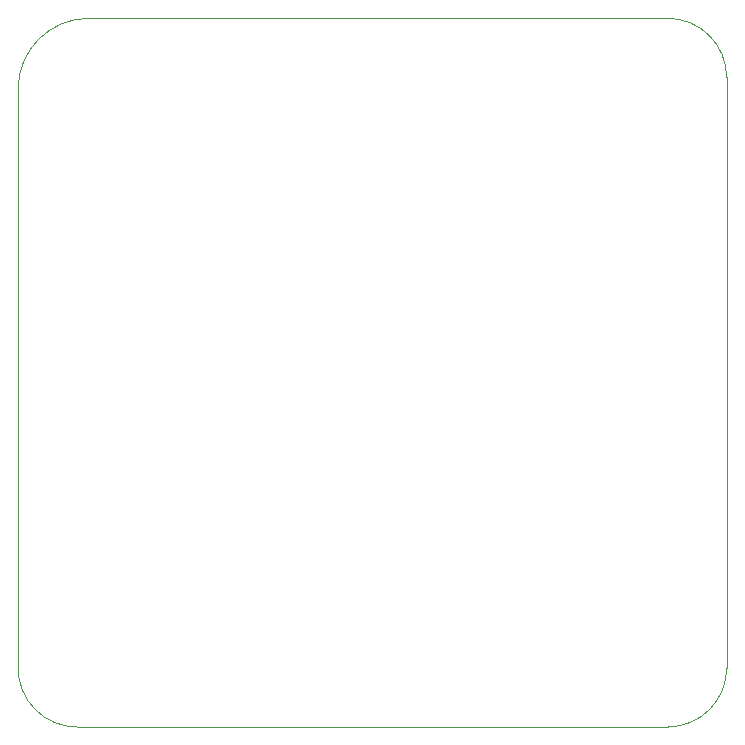
<source format=gbr>
%TF.GenerationSoftware,KiCad,Pcbnew,5.1.12-5.1.12*%
%TF.CreationDate,2022-01-03T06:20:25+08:00*%
%TF.ProjectId,esp32s2-openffb,65737033-3273-4322-9d6f-70656e666662,rev?*%
%TF.SameCoordinates,Original*%
%TF.FileFunction,Profile,NP*%
%FSLAX46Y46*%
G04 Gerber Fmt 4.6, Leading zero omitted, Abs format (unit mm)*
G04 Created by KiCad (PCBNEW 5.1.12-5.1.12) date 2022-01-03 06:20:25*
%MOMM*%
%LPD*%
G01*
G04 APERTURE LIST*
%TA.AperFunction,Profile*%
%ADD10C,0.050000*%
%TD*%
G04 APERTURE END LIST*
D10*
X60000000Y5000000D02*
G75*
G02*
X55000000Y0I-5000000J0D01*
G01*
X5000000Y0D02*
G75*
G02*
X0Y5000000I0J5000000D01*
G01*
X0Y54000000D02*
G75*
G02*
X6000000Y60000000I6000000J0D01*
G01*
X55000000Y60000000D02*
G75*
G02*
X60000000Y55000000I0J-5000000D01*
G01*
X0Y54000000D02*
X0Y5000000D01*
X55000000Y60000000D02*
X6000000Y60000000D01*
X60000000Y5000000D02*
X60000000Y55000000D01*
X5000000Y0D02*
X55000000Y0D01*
M02*

</source>
